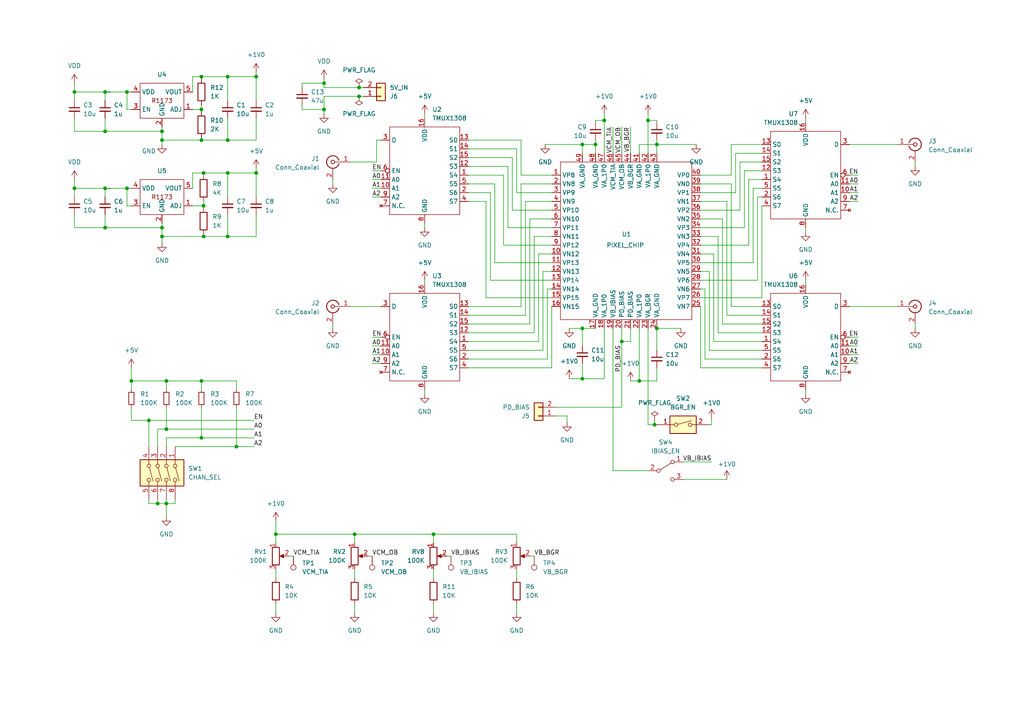
<source format=kicad_sch>
(kicad_sch (version 20230121) (generator eeschema)
  (paper "A4")
  (lib_symbols
    (symbol "Connector:Conn_Coaxial" (pin_names (offset 1.016) hide)
      (property "Reference" "J" (at 0.254 3.048 0))
      (property "Value" "Conn_Coaxial" (at 2.921 0 90))
      (symbol "Conn_Coaxial_0_1"
        (arc (start -1.778 -0.508) (mid 0.2311 -1.8066) (end 1.778 0) (stroke (width 0.254)))
        (polyline (pts (xy -2.54 0) (xy -0.508 0)))
        (polyline (pts (xy 0 -2.54) (xy 0 -1.778)))
        (circle (center 0 0) (radius 0.508) (stroke (width 0.2032)))
        (arc (start 1.778 0) (mid 0.2099 1.8101) (end -1.778 0.508) (stroke (width 0.254)))
      )
      (symbol "Conn_Coaxial_1_1"
        (pin passive line (at -5.08 0 0) (length 2.54) (name "In") (number "1"))
        (pin passive line (at 0 -5.08 90) (length 2.54) (name "Ext") (number "2"))
      )
    )
    (symbol "Connector:TestPoint" (pin_numbers hide) (pin_names (offset 0.762) hide)
      (property "Reference" "TP" (at 0 6.858 0))
      (property "Value" "TestPoint" (at 0 5.08 0))
      (symbol "TestPoint_0_1"
        (circle (center 0 3.302) (radius 0.762))
      )
      (symbol "TestPoint_1_1"
        (pin passive line (at 0 0 90) (length 2.54) (name "1") (number "1"))
      )
    )
    (symbol "Connector_Generic:Conn_01x02" (pin_names (offset 1.016) hide)
      (property "Reference" "J" (at 0 2.54 0))
      (property "Value" "Conn_01x02" (at 0 -5.08 0))
      (symbol "Conn_01x02_1_1"
        (rectangle (start -1.27 -2.413) (end 0 -2.667) (stroke (width 0.1524)))
        (rectangle (start -1.27 0.127) (end 0 -0.127) (stroke (width 0.1524)))
        (rectangle (start -1.27 1.27) (end 1.27 -3.81) (stroke (width 0.254)) (fill (type background)))
        (pin passive line (at -5.08 0 0) (length 3.81) (name "Pin_1") (number "1"))
        (pin passive line (at -5.08 -2.54 0) (length 3.81) (name "Pin_2") (number "2"))
      )
    )
    (symbol "Device:C_Small" (pin_numbers hide) (pin_names (offset 0.254) hide)
      (property "Reference" "C" (at 0.254 1.778 0))
      (property "Value" "C_Small" (at 0.254 -2.032 0))
      (symbol "C_Small_0_1"
        (polyline (pts (xy -1.524 -0.508) (xy 1.524 -0.508)) (stroke (width 0.3302)))
        (polyline (pts (xy -1.524 0.508) (xy 1.524 0.508)) (stroke (width 0.3048)))
      )
      (symbol "C_Small_1_1"
        (pin passive line (at 0 2.54 270) (length 2.032) (name "~") (number "1"))
        (pin passive line (at 0 -2.54 90) (length 2.032) (name "~") (number "2"))
      )
    )
    (symbol "Device:R" (pin_numbers hide) (pin_names (offset 0))
      (property "Reference" "R" (at 2.032 0 90))
      (property "Value" "R" (at 0 0 90))
      (symbol "R_0_1"
        (rectangle (start -1.016 -2.54) (end 1.016 2.54) (stroke (width 0.254)))
      )
      (symbol "R_1_1"
        (pin passive line (at 0 3.81 270) (length 1.27) (name "~") (number "1"))
        (pin passive line (at 0 -3.81 90) (length 1.27) (name "~") (number "2"))
      )
    )
    (symbol "Device:R_Potentiometer" (pin_names (offset 1.016) hide)
      (property "Reference" "RV" (at -4.445 0 90))
      (property "Value" "R_Potentiometer" (at -2.54 0 90))
      (symbol "R_Potentiometer_0_1"
        (polyline (pts (xy 2.54 0) (xy 1.524 0)))
        (polyline (pts (xy 1.143 0) (xy 2.286 0.508) (xy 2.286 -0.508) (xy 1.143 0)) (fill (type outline)))
        (rectangle (start 1.016 2.54) (end -1.016 -2.54) (stroke (width 0.254)))
      )
      (symbol "R_Potentiometer_1_1"
        (pin passive line (at 0 3.81 270) (length 1.27) (name "1") (number "1"))
        (pin passive line (at 3.81 0 180) (length 1.27) (name "2") (number "2"))
        (pin passive line (at 0 -3.81 90) (length 1.27) (name "3") (number "3"))
      )
    )
    (symbol "Device:R_Small" (pin_numbers hide) (pin_names (offset 0.254) hide)
      (property "Reference" "R" (at 0.762 0.508 0))
      (property "Value" "R_Small" (at 0.762 -1.016 0))
      (symbol "R_Small_0_1"
        (rectangle (start -0.762 1.778) (end 0.762 -1.778) (stroke (width 0.2032)))
      )
      (symbol "R_Small_1_1"
        (pin passive line (at 0 2.54 270) (length 0.762) (name "~") (number "1"))
        (pin passive line (at 0 -2.54 90) (length 0.762) (name "~") (number "2"))
      )
    )
    (symbol "R1173_1"
      (property "Reference" "U" (at -5.08 6.35 0))
      (symbol "R1173_1_0_0"
        (pin power_in line (at 0 -7.62 90) (length 2.54) (name "GND") (number "2"))
        (pin input line (at -8.89 -2.54 0) (length 2.54) (name "EN") (number "3"))
        (pin power_in line (at -8.89 2.54 0) (length 2.54) (name "VDD") (number "4"))
        (pin power_out line (at 8.89 2.54 180) (length 2.54) (name "VOUT") (number "5"))
      )
      (symbol "R1173_1_0_1"
        (rectangle (start -6.35 5.08) (end 6.35 -5.08))
      )
      (symbol "R1173_1_1_0"
        (pin input line (at 8.89 -2.54 180) (length 2.54) (name "ADJ") (number "1"))
      )
      (symbol "R1173_1_1_1"
        (text "R1173" (at 0 0 0) (effects (font (size 1.27 1.27))))
      )
    )
    (symbol "Switch:SW_DIP_x01" (pin_names (offset 0) hide)
      (property "Reference" "SW" (at 0 3.81 0))
      (property "Value" "SW_DIP_x01" (at 0 -3.81 0))
      (symbol "SW_DIP_x01_0_0"
        (circle (center -2.032 0) (radius 0.508))
        (polyline (pts (xy -1.524 0.127) (xy 2.3622 1.1684)))
        (circle (center 2.032 0) (radius 0.508))
      )
      (symbol "SW_DIP_x01_0_1"
        (rectangle (start -3.81 2.54) (end 3.81 -2.54) (stroke (width 0.254)) (fill (type background)))
      )
      (symbol "SW_DIP_x01_1_1"
        (pin passive line (at -7.62 0 0) (length 5.08) (name "~") (number "1"))
        (pin passive line (at 7.62 0 180) (length 5.08) (name "~") (number "2"))
      )
    )
    (symbol "Switch:SW_DIP_x04" (pin_names (offset 0) hide)
      (property "Reference" "SW" (at 0 8.89 0))
      (property "Value" "SW_DIP_x04" (at 0 -6.35 0))
      (symbol "SW_DIP_x04_0_0"
        (circle (center -2.032 -2.54) (radius 0.508))
        (circle (center -2.032 0) (radius 0.508))
        (circle (center -2.032 2.54) (radius 0.508))
        (circle (center -2.032 5.08) (radius 0.508))
        (polyline (pts (xy -1.524 -2.3876) (xy 2.3622 -1.3462)))
        (polyline (pts (xy -1.524 0.127) (xy 2.3622 1.1684)))
        (polyline (pts (xy -1.524 2.667) (xy 2.3622 3.7084)))
        (polyline (pts (xy -1.524 5.207) (xy 2.3622 6.2484)))
        (circle (center 2.032 -2.54) (radius 0.508))
        (circle (center 2.032 0) (radius 0.508))
        (circle (center 2.032 2.54) (radius 0.508))
        (circle (center 2.032 5.08) (radius 0.508))
      )
      (symbol "SW_DIP_x04_0_1"
        (rectangle (start -3.81 7.62) (end 3.81 -5.08) (stroke (width 0.254)) (fill (type background)))
      )
      (symbol "SW_DIP_x04_1_1"
        (pin passive line (at -7.62 5.08 0) (length 5.08) (name "~") (number "1"))
        (pin passive line (at -7.62 2.54 0) (length 5.08) (name "~") (number "2"))
        (pin passive line (at -7.62 0 0) (length 5.08) (name "~") (number "3"))
        (pin passive line (at -7.62 -2.54 0) (length 5.08) (name "~") (number "4"))
        (pin passive line (at 7.62 -2.54 180) (length 5.08) (name "~") (number "5"))
        (pin passive line (at 7.62 0 180) (length 5.08) (name "~") (number "6"))
        (pin passive line (at 7.62 2.54 180) (length 5.08) (name "~") (number "7"))
        (pin passive line (at 7.62 5.08 180) (length 5.08) (name "~") (number "8"))
      )
    )
    (symbol "Switch:SW_SPDT" (pin_names (offset 0) hide)
      (property "Reference" "SW" (at 0 4.318 0))
      (property "Value" "SW_SPDT" (at 0 -5.08 0))
      (symbol "SW_SPDT_0_0"
        (circle (center -2.032 0) (radius 0.508))
        (circle (center 2.032 -2.54) (radius 0.508))
      )
      (symbol "SW_SPDT_0_1"
        (polyline (pts (xy -1.524 0.254) (xy 1.651 2.286)))
        (circle (center 2.032 2.54) (radius 0.508))
      )
      (symbol "SW_SPDT_1_1"
        (pin passive line (at 5.08 2.54 180) (length 2.54) (name "A") (number "1"))
        (pin passive line (at -5.08 0 0) (length 2.54) (name "B") (number "2"))
        (pin passive line (at 5.08 -2.54 180) (length 2.54) (name "C") (number "3"))
      )
    )
    (symbol "custom_die:PIXEL_CHIP"
      (property "Reference" "U" (at 0 1.27 0))
      (property "Value" "PIXEL_CHIP" (at 0 -1.27 0))
      (symbol "PIXEL_CHIP_0_1"
        (rectangle (start -19.05 22.86) (end 19.05 -22.86))
        (rectangle (start 1.27 -19.685) (end 1.27 -19.685))
      )
      (symbol "PIXEL_CHIP_1_0"
        (pin output line (at -21.59 -3.81 0) (length 2.54) (name "VN12") (number "10"))
        (pin output line (at -21.59 -6.35 0) (length 2.54) (name "VP13") (number "11"))
        (pin output line (at -21.59 -8.89 0) (length 2.54) (name "VN13") (number "12"))
        (pin output line (at -21.59 -11.43 0) (length 2.54) (name "VP14") (number "13"))
        (pin output line (at -21.59 -13.97 0) (length 2.54) (name "VN14") (number "14"))
        (pin output line (at -21.59 -16.51 0) (length 2.54) (name "VP15") (number "15"))
        (pin output line (at -21.59 -19.05 0) (length 2.54) (name "VN15") (number "16"))
        (pin power_in line (at -8.89 -25.4 90) (length 2.54) (name "VA_GND") (number "17"))
        (pin power_in line (at -6.35 -25.4 90) (length 2.54) (name "VA_1P0") (number "18"))
        (pin input line (at -3.81 -25.4 90) (length 2.54) (name "VB_IBIAS") (number "19"))
        (pin input line (at -1.27 -25.4 90) (length 2.54) (name "PD_BIAS") (number "20"))
        (pin input line (at 1.27 -25.4 90) (length 2.54) (name "PD_BIAS") (number "21"))
        (pin power_in line (at 3.81 -25.4 90) (length 2.54) (name "VA_1P0") (number "22"))
        (pin power_in line (at 6.35 -25.4 90) (length 2.54) (name "VA_BGR") (number "23"))
        (pin power_in line (at 8.89 -25.4 90) (length 2.54) (name "VA_GND") (number "24"))
        (pin output line (at 21.59 -19.05 180) (length 2.54) (name "VN7") (number "25"))
        (pin output line (at 21.59 -16.51 180) (length 2.54) (name "VP7") (number "26"))
        (pin output line (at 21.59 -13.97 180) (length 2.54) (name "VN6") (number "27"))
        (pin output line (at 21.59 -11.43 180) (length 2.54) (name "VP6") (number "28"))
        (pin output line (at 21.59 -8.89 180) (length 2.54) (name "VN5") (number "29"))
        (pin output line (at 21.59 -6.35 180) (length 2.54) (name "VP5") (number "30"))
        (pin output line (at 21.59 -3.81 180) (length 2.54) (name "VN4") (number "31"))
        (pin output line (at 21.59 -1.27 180) (length 2.54) (name "VP4") (number "32"))
        (pin output line (at 21.59 1.27 180) (length 2.54) (name "VN3") (number "33"))
        (pin output line (at 21.59 3.81 180) (length 2.54) (name "VP3") (number "34"))
        (pin output line (at 21.59 6.35 180) (length 2.54) (name "VN2") (number "35"))
        (pin output line (at 21.59 8.89 180) (length 2.54) (name "VP2") (number "36"))
        (pin output line (at 21.59 11.43 180) (length 2.54) (name "VN1") (number "37"))
        (pin output line (at 21.59 13.97 180) (length 2.54) (name "VP1") (number "38"))
        (pin output line (at 21.59 16.51 180) (length 2.54) (name "VN0") (number "39"))
        (pin output line (at 21.59 19.05 180) (length 2.54) (name "VP0") (number "40"))
        (pin power_in line (at 3.81 25.4 270) (length 2.54) (name "VA_GND") (number "41"))
        (pin power_in line (at 6.35 25.4 270) (length 2.54) (name "VA_1P0") (number "42"))
        (pin power_in line (at 8.89 25.4 270) (length 2.54) (name "VA_GND") (number "43"))
        (pin input line (at 1.27 25.4 270) (length 2.54) (name "VB_BGR") (number "44"))
        (pin input line (at -1.27 25.4 270) (length 2.54) (name "VCM_OB") (number "45"))
        (pin input line (at -3.81 25.4 270) (length 2.54) (name "VCM_TIA") (number "46"))
        (pin power_in line (at -6.35 25.4 270) (length 2.54) (name "VA_1P0") (number "47"))
        (pin power_in line (at -8.89 25.4 270) (length 2.54) (name "VA_GND") (number "48"))
        (pin power_in line (at -12.7 25.4 270) (length 2.54) (name "VA_GND") (number "49"))
        (pin output line (at -21.59 3.81 0) (length 2.54) (name "VP11") (number "7"))
        (pin output line (at -21.59 1.27 0) (length 2.54) (name "VN11") (number "8"))
        (pin output line (at -21.59 -1.27 0) (length 2.54) (name "VP12") (number "9"))
      )
      (symbol "PIXEL_CHIP_1_1"
        (pin output line (at -21.59 19.05 0) (length 2.54) (name "VP8") (number "1"))
        (pin output line (at -21.59 16.51 0) (length 2.54) (name "VN8") (number "2"))
        (pin output line (at -21.59 13.97 0) (length 2.54) (name "VP9") (number "3"))
        (pin output line (at -21.59 11.43 0) (length 2.54) (name "VN9") (number "4"))
        (pin output line (at -21.59 8.89 0) (length 2.54) (name "VP10") (number "5"))
        (pin output line (at -21.59 6.35 0) (length 2.54) (name "VN10") (number "6"))
      )
    )
    (symbol "custom_die:R1173"
      (property "Reference" "U" (at -5.08 6.35 0))
      (symbol "R1173_0_0"
        (pin power_in line (at 0 -7.62 90) (length 2.54) (name "GND") (number "2"))
        (pin input line (at -8.89 -2.54 0) (length 2.54) (name "EN") (number "3"))
        (pin power_in line (at -8.89 2.54 0) (length 2.54) (name "VDD") (number "4"))
        (pin power_out line (at 8.89 2.54 180) (length 2.54) (name "VOUT") (number "5"))
      )
      (symbol "R1173_0_1"
        (rectangle (start -6.35 5.08) (end 6.35 -5.08))
      )
      (symbol "R1173_1_0"
        (pin input line (at 8.89 -2.54 180) (length 2.54) (name "ADJ") (number "1"))
      )
      (symbol "R1173_1_1"
        (text "R1173" (at 0 0 0) (effects (font (size 1.27 1.27))))
      )
    )
    (symbol "custom_die:TMUX1308"
      (property "Reference" "U" (at 0 1.27 0))
      (property "Value" "TMUX1308" (at 0 -1.27 0))
      (symbol "TMUX1308_0_0"
        (pin bidirectional line (at 12.7 -1.27 180) (length 2.54) (name "S4") (number "1"))
        (pin bidirectional line (at -12.7 -2.54 0) (length 2.54) (name "A0") (number "11"))
        (pin bidirectional line (at 12.7 1.27 180) (length 2.54) (name "S3") (number "12"))
        (pin bidirectional line (at 12.7 8.89 180) (length 2.54) (name "S0") (number "13"))
        (pin bidirectional line (at 12.7 6.35 180) (length 2.54) (name "S1") (number "14"))
        (pin bidirectional line (at 12.7 3.81 180) (length 2.54) (name "S2") (number "15"))
        (pin power_in line (at 0 15.24 270) (length 2.54) (name "VDD") (number "16"))
        (pin bidirectional line (at 12.7 -6.35 180) (length 2.54) (name "S6") (number "2"))
        (pin bidirectional line (at -12.7 8.89 0) (length 2.54) (name "D") (number "3"))
        (pin bidirectional line (at 12.7 -8.89 180) (length 2.54) (name "S7") (number "4"))
        (pin bidirectional line (at 12.7 -3.81 180) (length 2.54) (name "S5") (number "5"))
        (pin input inverted (at -12.7 0 0) (length 2.54) (name "EN") (number "6"))
        (pin no_connect line (at -12.7 -10.16 0) (length 2.54) (name "N.C.") (number "7"))
        (pin power_in line (at 0 -15.24 90) (length 2.54) (name "GND") (number "8"))
        (pin input line (at -12.7 -7.62 0) (length 2.54) (name "A2") (number "9"))
      )
      (symbol "TMUX1308_0_1"
        (rectangle (start -10.16 12.7) (end 10.16 -12.7))
      )
      (symbol "TMUX1308_1_0"
        (pin input line (at -12.7 -5.08 0) (length 2.54) (name "A1") (number "10"))
      )
    )
    (symbol "power:+1V0" (power) (pin_names (offset 0))
      (property "Value" "+1V0" (at 0 3.556 0))
      (symbol "+1V0_0_1"
        (polyline (pts (xy -0.762 1.27) (xy 0 2.54)))
        (polyline (pts (xy 0 0) (xy 0 2.54)))
        (polyline (pts (xy 0 2.54) (xy 0.762 1.27)))
      )
      (symbol "+1V0_1_1"
        (pin power_in line (at 0 0 90) (length 0) hide (name "+1V0") (number "1"))
      )
    )
    (symbol "power:+5V" (power) (pin_names (offset 0))
      (property "Value" "+5V" (at 0 3.556 0))
      (symbol "+5V_0_1"
        (polyline (pts (xy -0.762 1.27) (xy 0 2.54)))
        (polyline (pts (xy 0 0) (xy 0 2.54)))
        (polyline (pts (xy 0 2.54) (xy 0.762 1.27)))
      )
      (symbol "+5V_1_1"
        (pin power_in line (at 0 0 90) (length 0) hide (name "+5V") (number "1"))
      )
    )
    (symbol "power:GND" (power) (pin_names (offset 0))
      (property "Value" "GND" (at 0 -3.81 0))
      (symbol "GND_0_1"
        (polyline (pts (xy 0 0) (xy 0 -1.27) (xy 1.27 -1.27) (xy 0 -2.54) (xy -1.27 -1.27) (xy 0 -1.27)))
      )
      (symbol "GND_1_1"
        (pin power_in line (at 0 0 270) (length 0) hide (name "GND") (number "1"))
      )
    )
    (symbol "power:PWR_FLAG" (power) (pin_numbers hide) (pin_names (offset 0) hide)
      (property "Value" "PWR_FLAG" (at 0 3.81 0))
      (symbol "PWR_FLAG_0_0"
        (pin power_out line (at 0 0 90) (length 0) (name "pwr") (number "1"))
      )
      (symbol "PWR_FLAG_0_1"
        (polyline (pts (xy 0 0) (xy 0 1.27) (xy -1.016 1.905) (xy 0 2.54) (xy 1.016 1.905) (xy 0 1.27)))
      )
    )
    (symbol "power:VDD" (power) (pin_names (offset 0))
      (property "Value" "VDD" (at 0 3.81 0))
      (symbol "VDD_0_1"
        (polyline (pts (xy -0.762 1.27) (xy 0 2.54)))
        (polyline (pts (xy 0 0) (xy 0 2.54)))
        (polyline (pts (xy 0 2.54) (xy 0.762 1.27)))
      )
      (symbol "VDD_1_1"
        (pin power_in line (at 0 0 90) (length 0) hide (name "VDD") (number "1"))
      )
    )
  )
  (junction (at 46.99 38.1))
  (junction (at 36.83 26.67))
  (junction (at 168.91 41.91))
  (junction (at 48.26 110.49))
  (junction (at 58.42 110.49))
  (junction (at 46.99 40.64))
  (junction (at 66.04 22.225))
  (junction (at 48.26 146.05))
  (junction (at 80.01 154.94))
  (junction (at 168.91 109.855))
  (junction (at 59.055 59.69))
  (junction (at 190.5 95.25))
  (junction (at 68.58 129.54))
  (junction (at 30.48 26.67))
  (junction (at 104.14 25.4))
  (junction (at 45.72 146.05))
  (junction (at 104.14 27.94))
  (junction (at 93.98 24.13))
  (junction (at 93.98 31.75))
  (junction (at 125.73 154.94))
  (junction (at 59.055 50.165))
  (junction (at 36.83 54.61))
  (junction (at 43.18 121.92))
  (junction (at 66.04 50.165))
  (junction (at 189.865 123.19))
  (junction (at 58.42 40.64))
  (junction (at 38.1 110.49))
  (junction (at 30.48 54.61))
  (junction (at 30.48 66.04))
  (junction (at 46.99 68.58))
  (junction (at 46.99 66.04))
  (junction (at 58.42 127))
  (junction (at 185.42 110.49))
  (junction (at 48.26 124.46))
  (junction (at 59.055 68.58))
  (junction (at 74.295 22.225))
  (junction (at 58.42 22.225))
  (junction (at 175.26 34.925))
  (junction (at 21.59 26.67))
  (junction (at 30.48 38.1))
  (junction (at 66.04 40.64))
  (junction (at 187.96 34.925))
  (junction (at 190.5 41.91))
  (junction (at 21.59 54.61))
  (junction (at 168.91 95.25))
  (junction (at 102.87 154.94))
  (junction (at 66.04 68.58))
  (junction (at 74.295 50.165))
  (junction (at 58.42 31.75))
  (junction (at 172.72 41.91))
  (junction (at 180.34 99.06))
  (wire (pts (xy 43.18 144.78) (xy 43.18 146.05)))
  (wire (pts (xy 208.28 96.52) (xy 208.28 68.58)))
  (wire (pts (xy 36.83 31.75) (xy 36.83 26.67)))
  (wire (pts (xy 125.73 154.94) (xy 149.86 154.94)))
  (wire (pts (xy 66.04 68.58) (xy 74.295 68.58)))
  (wire (pts (xy 102.87 154.94) (xy 125.73 154.94)))
  (wire (pts (xy 36.83 26.67) (xy 38.1 26.67)))
  (wire (pts (xy 182.88 95.25) (xy 182.88 99.06)))
  (wire (pts (xy 160.02 55.88) (xy 149.86 55.88)))
  (wire (pts (xy 151.13 88.9) (xy 135.89 88.9)))
  (wire (pts (xy 219.71 57.15) (xy 220.98 57.15)))
  (wire (pts (xy 30.48 38.1) (xy 46.99 38.1)))
  (wire (pts (xy 135.89 55.88) (xy 142.24 55.88)))
  (wire (pts (xy 220.98 59.69) (xy 220.98 86.36)))
  (wire (pts (xy 265.43 93.98) (xy 265.43 95.25)))
  (wire (pts (xy 38.1 106.68) (xy 38.1 110.49)))
  (wire (pts (xy 30.48 66.04) (xy 21.59 66.04)))
  (wire (pts (xy 205.74 101.6) (xy 205.74 78.74)))
  (wire (pts (xy 212.09 50.8) (xy 212.09 41.91)))
  (wire (pts (xy 135.89 99.06) (xy 156.21 99.06)))
  (wire (pts (xy 160.02 58.42) (xy 152.4 58.42)))
  (wire (pts (xy 160.02 83.82) (xy 158.75 83.82)))
  (wire (pts (xy 160.02 86.36) (xy 140.97 86.36)))
  (wire (pts (xy 30.48 26.67) (xy 30.48 29.21)))
  (wire (pts (xy 158.75 83.82) (xy 158.75 104.14)))
  (wire (pts (xy 218.44 76.2) (xy 218.44 54.61)))
  (wire (pts (xy 46.99 68.58) (xy 59.055 68.58)))
  (wire (pts (xy 175.26 33.02) (xy 175.26 34.925)))
  (wire (pts (xy 30.48 54.61) (xy 30.48 57.15)))
  (wire (pts (xy 160.02 76.2) (xy 143.51 76.2)))
  (wire (pts (xy 87.63 31.75) (xy 93.98 31.75)))
  (wire (pts (xy 151.13 53.34) (xy 151.13 88.9)))
  (wire (pts (xy 48.26 146.05) (xy 50.8 146.05)))
  (wire (pts (xy 74.295 62.23) (xy 74.295 68.58)))
  (wire (pts (xy 175.26 109.855) (xy 168.91 109.855)))
  (wire (pts (xy 38.1 31.75) (xy 36.83 31.75)))
  (wire (pts (xy 46.99 40.64) (xy 46.99 41.91)))
  (wire (pts (xy 59.055 50.165) (xy 59.055 50.8)))
  (wire (pts (xy 168.91 109.855) (xy 165.1 109.855)))
  (wire (pts (xy 151.13 50.8) (xy 151.13 40.64)))
  (wire (pts (xy 96.52 93.98) (xy 96.52 95.25)))
  (wire (pts (xy 21.59 62.23) (xy 21.59 66.04)))
  (wire (pts (xy 46.99 36.83) (xy 46.99 38.1)))
  (wire (pts (xy 265.43 46.99) (xy 265.43 48.26)))
  (wire (pts (xy 153.67 161.29) (xy 154.94 161.29)))
  (wire (pts (xy 233.68 81.28) (xy 233.68 82.55)))
  (wire (pts (xy 149.86 165.1) (xy 149.86 167.64)))
  (wire (pts (xy 203.2 88.9) (xy 203.2 106.68)))
  (wire (pts (xy 107.95 52.07) (xy 110.49 52.07)))
  (wire (pts (xy 48.26 124.46) (xy 48.26 118.11)))
  (wire (pts (xy 68.58 113.03) (xy 68.58 110.49)))
  (wire (pts (xy 46.99 38.1) (xy 46.99 40.64)))
  (wire (pts (xy 38.1 113.03) (xy 38.1 110.49)))
  (wire (pts (xy 246.38 41.91) (xy 260.35 41.91)))
  (wire (pts (xy 125.73 175.26) (xy 125.73 177.8)))
  (wire (pts (xy 58.42 127) (xy 73.66 127)))
  (wire (pts (xy 172.72 34.925) (xy 172.72 35.56)))
  (wire (pts (xy 48.26 146.05) (xy 48.26 149.86)))
  (wire (pts (xy 164.465 120.65) (xy 164.465 122.555)))
  (wire (pts (xy 212.09 41.91) (xy 220.98 41.91)))
  (wire (pts (xy 140.97 86.36) (xy 140.97 58.42)))
  (wire (pts (xy 160.02 63.5) (xy 153.67 63.5)))
  (wire (pts (xy 48.26 144.78) (xy 48.26 146.05)))
  (wire (pts (xy 58.42 22.225) (xy 66.04 22.225)))
  (wire (pts (xy 93.98 24.13) (xy 93.98 25.4)))
  (wire (pts (xy 185.42 41.91) (xy 185.42 44.45)))
  (wire (pts (xy 80.01 175.26) (xy 80.01 177.8)))
  (wire (pts (xy 172.72 44.45) (xy 172.72 41.91)))
  (wire (pts (xy 104.14 25.4) (xy 105.41 25.4)))
  (wire (pts (xy 123.19 81.28) (xy 123.19 82.55)))
  (wire (pts (xy 246.38 97.79) (xy 248.92 97.79)))
  (wire (pts (xy 48.26 127) (xy 48.26 129.54)))
  (wire (pts (xy 83.82 161.29) (xy 85.09 161.29)))
  (wire (pts (xy 214.63 46.99) (xy 220.98 46.99)))
  (wire (pts (xy 203.2 106.68) (xy 220.98 106.68)))
  (wire (pts (xy 87.63 25.4) (xy 87.63 24.13)))
  (wire (pts (xy 177.8 36.83) (xy 177.8 44.45)))
  (wire (pts (xy 30.48 54.61) (xy 36.83 54.61)))
  (wire (pts (xy 104.14 27.94) (xy 105.41 27.94)))
  (wire (pts (xy 55.88 31.75) (xy 58.42 31.75)))
  (wire (pts (xy 68.58 118.11) (xy 68.58 129.54)))
  (wire (pts (xy 106.68 161.29) (xy 107.95 161.29)))
  (wire (pts (xy 190.5 95.25) (xy 197.485 95.25)))
  (wire (pts (xy 21.59 57.15) (xy 21.59 54.61)))
  (wire (pts (xy 213.36 44.45) (xy 220.98 44.45)))
  (wire (pts (xy 246.38 102.87) (xy 248.92 102.87)))
  (wire (pts (xy 182.88 36.83) (xy 182.88 44.45)))
  (wire (pts (xy 160.02 71.12) (xy 146.05 71.12)))
  (wire (pts (xy 203.2 81.28) (xy 219.71 81.28)))
  (wire (pts (xy 246.38 53.34) (xy 248.92 53.34)))
  (wire (pts (xy 177.8 95.25) (xy 177.8 136.525)))
  (wire (pts (xy 107.95 102.87) (xy 110.49 102.87)))
  (wire (pts (xy 74.295 34.29) (xy 74.295 40.64)))
  (wire (pts (xy 21.59 29.21) (xy 21.59 26.67)))
  (wire (pts (xy 30.48 62.23) (xy 30.48 66.04)))
  (wire (pts (xy 203.2 76.2) (xy 218.44 76.2)))
  (wire (pts (xy 209.55 93.98) (xy 209.55 63.5)))
  (wire (pts (xy 160.02 53.34) (xy 151.13 53.34)))
  (wire (pts (xy 157.48 78.74) (xy 157.48 101.6)))
  (wire (pts (xy 74.295 22.225) (xy 74.295 29.21)))
  (wire (pts (xy 74.295 50.165) (xy 74.295 57.15)))
  (wire (pts (xy 156.21 73.66) (xy 156.21 99.06)))
  (wire (pts (xy 180.34 99.06) (xy 182.88 99.06)))
  (wire (pts (xy 149.86 55.88) (xy 149.86 43.18)))
  (wire (pts (xy 123.19 113.03) (xy 123.19 114.3)))
  (wire (pts (xy 158.115 41.91) (xy 168.91 41.91)))
  (wire (pts (xy 203.2 60.96) (xy 214.63 60.96)))
  (wire (pts (xy 46.99 64.77) (xy 46.99 66.04)))
  (wire (pts (xy 168.91 41.91) (xy 172.72 41.91)))
  (wire (pts (xy 246.38 88.9) (xy 260.35 88.9)))
  (wire (pts (xy 66.04 22.225) (xy 74.295 22.225)))
  (wire (pts (xy 180.34 95.25) (xy 180.34 99.06)))
  (wire (pts (xy 55.88 59.69) (xy 59.055 59.69)))
  (wire (pts (xy 68.58 110.49) (xy 58.42 110.49)))
  (wire (pts (xy 68.58 129.54) (xy 73.66 129.54)))
  (wire (pts (xy 172.72 40.64) (xy 172.72 41.91)))
  (wire (pts (xy 38.1 118.11) (xy 38.1 121.92)))
  (wire (pts (xy 152.4 58.42) (xy 152.4 91.44)))
  (wire (pts (xy 43.18 121.92) (xy 43.18 129.54)))
  (wire (pts (xy 74.295 40.64) (xy 66.04 40.64)))
  (wire (pts (xy 190.5 41.91) (xy 201.93 41.91)))
  (wire (pts (xy 107.95 49.53) (xy 110.49 49.53)))
  (wire (pts (xy 203.2 55.88) (xy 213.36 55.88)))
  (wire (pts (xy 190.5 35.56) (xy 190.5 34.925)))
  (wire (pts (xy 187.96 123.19) (xy 189.865 123.19)))
  (wire (pts (xy 168.91 95.25) (xy 168.91 100.33)))
  (wire (pts (xy 203.2 68.58) (xy 208.28 68.58)))
  (wire (pts (xy 109.22 46.99) (xy 101.6 46.99)))
  (wire (pts (xy 147.32 66.04) (xy 147.32 48.26)))
  (wire (pts (xy 58.42 127) (xy 48.26 127)))
  (wire (pts (xy 142.24 81.28) (xy 142.24 55.88)))
  (wire (pts (xy 220.98 93.98) (xy 209.55 93.98)))
  (wire (pts (xy 161.29 120.65) (xy 164.465 120.65)))
  (wire (pts (xy 58.42 40.64) (xy 58.42 40.005)))
  (wire (pts (xy 43.18 121.92) (xy 73.66 121.92)))
  (wire (pts (xy 246.38 105.41) (xy 248.92 105.41)))
  (wire (pts (xy 160.02 60.96) (xy 148.59 60.96)))
  (wire (pts (xy 187.96 44.45) (xy 187.96 34.925)))
  (wire (pts (xy 160.02 81.28) (xy 142.24 81.28)))
  (wire (pts (xy 212.09 53.34) (xy 203.2 53.34)))
  (wire (pts (xy 158.75 104.14) (xy 135.89 104.14)))
  (wire (pts (xy 58.42 110.49) (xy 58.42 113.03)))
  (wire (pts (xy 66.04 50.165) (xy 74.295 50.165)))
  (wire (pts (xy 168.91 105.41) (xy 168.91 109.855)))
  (wire (pts (xy 168.91 95.25) (xy 165.1 95.25)))
  (wire (pts (xy 151.13 50.8) (xy 160.02 50.8)))
  (wire (pts (xy 187.96 95.25) (xy 187.96 123.19)))
  (wire (pts (xy 58.42 22.225) (xy 58.42 22.86)))
  (wire (pts (xy 55.88 50.165) (xy 55.88 54.61)))
  (wire (pts (xy 246.38 50.8) (xy 248.92 50.8)))
  (wire (pts (xy 153.67 93.98) (xy 135.89 93.98)))
  (wire (pts (xy 154.94 96.52) (xy 135.89 96.52)))
  (wire (pts (xy 220.98 86.36) (xy 203.2 86.36)))
  (wire (pts (xy 123.19 64.77) (xy 123.19 66.04)))
  (wire (pts (xy 36.83 59.69) (xy 36.83 54.61)))
  (wire (pts (xy 175.26 95.25) (xy 175.26 109.855)))
  (wire (pts (xy 207.01 99.06) (xy 207.01 73.66)))
  (wire (pts (xy 59.055 68.58) (xy 66.04 68.58)))
  (wire (pts (xy 198.12 133.985) (xy 206.375 133.985)))
  (wire (pts (xy 59.055 50.165) (xy 66.04 50.165)))
  (wire (pts (xy 66.04 50.165) (xy 66.04 57.15)))
  (wire (pts (xy 143.51 53.34) (xy 135.89 53.34)))
  (wire (pts (xy 46.99 68.58) (xy 46.99 70.485)))
  (wire (pts (xy 66.04 62.23) (xy 66.04 68.58)))
  (wire (pts (xy 187.96 34.925) (xy 190.5 34.925)))
  (wire (pts (xy 180.34 36.83) (xy 180.34 44.45)))
  (wire (pts (xy 185.42 110.49) (xy 190.5 110.49)))
  (wire (pts (xy 189.865 121.92) (xy 189.865 123.19)))
  (wire (pts (xy 58.42 31.75) (xy 58.42 32.385)))
  (wire (pts (xy 102.87 175.26) (xy 102.87 177.8)))
  (wire (pts (xy 214.63 60.96) (xy 214.63 46.99)))
  (wire (pts (xy 55.88 22.225) (xy 58.42 22.225)))
  (wire (pts (xy 153.67 63.5) (xy 153.67 93.98)))
  (wire (pts (xy 217.17 71.12) (xy 217.17 52.07)))
  (wire (pts (xy 93.98 25.4) (xy 104.14 25.4)))
  (wire (pts (xy 45.72 144.78) (xy 45.72 146.05)))
  (wire (pts (xy 210.82 91.44) (xy 210.82 58.42)))
  (wire (pts (xy 233.68 66.04) (xy 233.68 67.31)))
  (wire (pts (xy 125.73 165.1) (xy 125.73 167.64)))
  (wire (pts (xy 38.1 121.92) (xy 43.18 121.92)))
  (wire (pts (xy 80.01 165.1) (xy 80.01 167.64)))
  (wire (pts (xy 205.74 78.74) (xy 203.2 78.74)))
  (wire (pts (xy 246.38 55.88) (xy 248.92 55.88)))
  (wire (pts (xy 203.2 66.04) (xy 215.9 66.04)))
  (wire (pts (xy 213.36 55.88) (xy 213.36 44.45)))
  (wire (pts (xy 203.2 71.12) (xy 217.17 71.12)))
  (wire (pts (xy 30.48 34.29) (xy 30.48 38.1)))
  (wire (pts (xy 152.4 91.44) (xy 135.89 91.44)))
  (wire (pts (xy 148.59 60.96) (xy 148.59 45.72)))
  (wire (pts (xy 220.98 91.44) (xy 210.82 91.44)))
  (wire (pts (xy 204.47 104.14) (xy 204.47 83.82)))
  (wire (pts (xy 160.02 88.9) (xy 160.02 106.68)))
  (wire (pts (xy 74.295 50.165) (xy 74.295 48.895)))
  (wire (pts (xy 190.5 106.68) (xy 190.5 110.49)))
  (wire (pts (xy 160.02 106.68) (xy 135.89 106.68)))
  (wire (pts (xy 21.59 34.29) (xy 21.59 38.1)))
  (wire (pts (xy 190.5 41.91) (xy 185.42 41.91)))
  (wire (pts (xy 66.04 22.225) (xy 66.04 29.21)))
  (wire (pts (xy 215.9 49.53) (xy 220.98 49.53)))
  (wire (pts (xy 205.74 123.19) (xy 206.375 123.19)))
  (wire (pts (xy 217.17 52.07) (xy 220.98 52.07)))
  (wire (pts (xy 207.01 73.66) (xy 203.2 73.66)))
  (wire (pts (xy 190.5 95.25) (xy 190.5 101.6)))
  (wire (pts (xy 38.1 110.49) (xy 48.26 110.49)))
  (wire (pts (xy 189.865 123.19) (xy 190.5 123.19)))
  (wire (pts (xy 220.98 101.6) (xy 205.74 101.6)))
  (wire (pts (xy 148.59 45.72) (xy 135.89 45.72)))
  (wire (pts (xy 87.63 30.48) (xy 87.63 31.75)))
  (wire (pts (xy 140.97 58.42) (xy 135.89 58.42)))
  (wire (pts (xy 50.8 146.05) (xy 50.8 144.78)))
  (wire (pts (xy 93.98 33.02) (xy 93.98 31.75)))
  (wire (pts (xy 190.5 44.45) (xy 190.5 41.91)))
  (wire (pts (xy 109.22 40.64) (xy 109.22 46.99)))
  (wire (pts (xy 107.95 57.15) (xy 110.49 57.15)))
  (wire (pts (xy 36.83 54.61) (xy 38.1 54.61)))
  (wire (pts (xy 180.34 99.06) (xy 180.34 118.11)))
  (wire (pts (xy 212.09 88.9) (xy 212.09 53.34)))
  (wire (pts (xy 218.44 54.61) (xy 220.98 54.61)))
  (wire (pts (xy 109.22 40.64) (xy 110.49 40.64)))
  (wire (pts (xy 204.47 83.82) (xy 203.2 83.82)))
  (wire (pts (xy 107.95 54.61) (xy 110.49 54.61)))
  (wire (pts (xy 160.02 66.04) (xy 147.32 66.04)))
  (wire (pts (xy 172.72 95.25) (xy 168.91 95.25)))
  (wire (pts (xy 68.58 129.54) (xy 50.8 129.54)))
  (wire (pts (xy 160.02 68.58) (xy 154.94 68.58)))
  (wire (pts (xy 203.2 50.8) (xy 212.09 50.8)))
  (wire (pts (xy 55.88 22.225) (xy 55.88 26.67)))
  (wire (pts (xy 93.98 22.86) (xy 93.98 24.13)))
  (wire (pts (xy 45.72 129.54) (xy 45.72 124.46)))
  (wire (pts (xy 48.26 124.46) (xy 73.66 124.46)))
  (wire (pts (xy 220.98 99.06) (xy 207.01 99.06)))
  (wire (pts (xy 157.48 101.6) (xy 135.89 101.6)))
  (wire (pts (xy 146.05 50.8) (xy 135.89 50.8)))
  (wire (pts (xy 149.86 43.18) (xy 135.89 43.18)))
  (wire (pts (xy 59.055 58.42) (xy 59.055 59.69)))
  (wire (pts (xy 59.055 67.945) (xy 59.055 68.58)))
  (wire (pts (xy 58.42 118.11) (xy 58.42 127)))
  (wire (pts (xy 21.59 52.07) (xy 21.59 54.61)))
  (wire (pts (xy 160.02 73.66) (xy 156.21 73.66)))
  (wire (pts (xy 66.04 34.29) (xy 66.04 40.64)))
  (wire (pts (xy 30.48 26.67) (xy 36.83 26.67)))
  (wire (pts (xy 30.48 38.1) (xy 21.59 38.1)))
  (wire (pts (xy 206.375 121.285) (xy 206.375 123.19)))
  (wire (pts (xy 233.68 113.03) (xy 233.68 114.3)))
  (wire (pts (xy 190.5 40.64) (xy 190.5 41.91)))
  (wire (pts (xy 246.38 100.33) (xy 248.92 100.33)))
  (wire (pts (xy 135.89 40.64) (xy 151.13 40.64)))
  (wire (pts (xy 149.86 175.26) (xy 149.86 177.8)))
  (wire (pts (xy 55.88 50.165) (xy 59.055 50.165)))
  (wire (pts (xy 93.98 27.94) (xy 104.14 27.94)))
  (wire (pts (xy 160.02 78.74) (xy 157.48 78.74)))
  (wire (pts (xy 246.38 58.42) (xy 248.92 58.42)))
  (wire (pts (xy 43.18 146.05) (xy 45.72 146.05)))
  (wire (pts (xy 21.59 54.61) (xy 30.48 54.61)))
  (wire (pts (xy 129.54 161.29) (xy 130.81 161.29)))
  (wire (pts (xy 30.48 66.04) (xy 46.99 66.04)))
  (wire (pts (xy 45.72 124.46) (xy 48.26 124.46)))
  (wire (pts (xy 74.295 20.955) (xy 74.295 22.225)))
  (wire (pts (xy 147.32 48.26) (xy 135.89 48.26)))
  (wire (pts (xy 149.86 154.94) (xy 149.86 157.48)))
  (wire (pts (xy 87.63 24.13) (xy 93.98 24.13)))
  (wire (pts (xy 59.055 59.69) (xy 59.055 60.325)))
  (wire (pts (xy 107.95 105.41) (xy 110.49 105.41)))
  (wire (pts (xy 21.59 24.13) (xy 21.59 26.67)))
  (wire (pts (xy 220.98 96.52) (xy 208.28 96.52)))
  (wire (pts (xy 187.96 34.925) (xy 187.96 33.02)))
  (wire (pts (xy 185.42 95.25) (xy 185.42 110.49)))
  (wire (pts (xy 21.59 26.67) (xy 30.48 26.67)))
  (wire (pts (xy 93.98 31.75) (xy 93.98 27.94)))
  (wire (pts (xy 233.68 34.29) (xy 233.68 35.56)))
  (wire (pts (xy 58.42 40.64) (xy 66.04 40.64)))
  (wire (pts (xy 102.87 154.94) (xy 102.87 157.48)))
  (wire (pts (xy 48.26 110.49) (xy 58.42 110.49)))
  (wire (pts (xy 107.95 97.79) (xy 110.49 97.79)))
  (wire (pts (xy 80.01 154.94) (xy 80.01 157.48)))
  (wire (pts (xy 80.01 151.13) (xy 80.01 154.94)))
  (wire (pts (xy 38.1 59.69) (xy 36.83 59.69)))
  (wire (pts (xy 209.55 63.5) (xy 203.2 63.5)))
  (wire (pts (xy 46.99 66.04) (xy 46.99 68.58)))
  (wire (pts (xy 220.98 88.9) (xy 212.09 88.9)))
  (wire (pts (xy 46.99 40.64) (xy 58.42 40.64)))
  (wire (pts (xy 101.6 88.9) (xy 110.49 88.9)))
  (wire (pts (xy 48.26 110.49) (xy 48.26 113.03)))
  (wire (pts (xy 175.26 34.925) (xy 175.26 44.45)))
  (wire (pts (xy 220.98 104.14) (xy 204.47 104.14)))
  (wire (pts (xy 102.87 165.1) (xy 102.87 167.64)))
  (wire (pts (xy 182.88 110.49) (xy 185.42 110.49)))
  (wire (pts (xy 58.42 30.48) (xy 58.42 31.75)))
  (wire (pts (xy 80.01 154.94) (xy 102.87 154.94)))
  (wire (pts (xy 219.71 81.28) (xy 219.71 57.15)))
  (wire (pts (xy 154.94 68.58) (xy 154.94 96.52)))
  (wire (pts (xy 215.9 66.04) (xy 215.9 49.53)))
  (wire (pts (xy 96.52 52.07) (xy 96.52 53.34)))
  (wire (pts (xy 198.12 139.065) (xy 210.82 139.065)))
  (wire (pts (xy 161.29 118.11) (xy 180.34 118.11)))
  (wire (pts (xy 203.2 58.42) (xy 210.82 58.42)))
  (wire (pts (xy 123.19 33.02) (xy 123.19 34.29)))
  (wire (pts (xy 45.72 146.05) (xy 48.26 146.05)))
  (wire (pts (xy 125.73 154.94) (xy 125.73 157.48)))
  (wire (pts (xy 107.95 100.33) (xy 110.49 100.33)))
  (wire (pts (xy 177.8 136.525) (xy 187.96 136.525)))
  (wire (pts (xy 143.51 76.2) (xy 143.51 53.34)))
  (wire (pts (xy 172.72 34.925) (xy 175.26 34.925)))
  (wire (pts (xy 146.05 71.12) (xy 146.05 50.8)))
  (wire (pts (xy 168.91 41.91) (xy 168.91 44.45)))
  (label "A1" (at 107.95 54.61 0))
  (label "EN" (at 248.92 50.8 180))
  (label "VB_IBIAS" (at 206.375 133.985 180))
  (label "A0" (at 107.95 52.07 0))
  (label "VCM_TIA" (at 177.8 36.83 270))
  (label "A2" (at 248.92 105.41 180))
  (label "A0" (at 107.95 100.33 0))
  (label "A2" (at 107.95 57.15 0))
  (label "A0" (at 248.92 100.33 180))
  (label "VCM_TIA" (at 85.09 161.29 0))
  (label "A1" (at 248.92 55.88 180))
  (label "A2" (at 107.95 105.41 0))
  (label "A1" (at 73.66 127 0))
  (label "PD_BIAS" (at 180.34 107.95 90))
  (label "VB_IBIAS" (at 130.81 161.29 0))
  (label "EN" (at 107.95 97.79 0))
  (label "VCM_OB" (at 180.34 36.83 270))
  (label "EN" (at 248.92 97.79 180))
  (label "A0" (at 248.92 53.34 180))
  (label "A2" (at 73.66 129.54 0))
  (label "A1" (at 248.92 102.87 180))
  (label "A1" (at 107.95 102.87 0))
  (label "A2" (at 248.92 58.42 180))
  (label "EN" (at 107.95 49.53 0))
  (label "EN" (at 73.66 121.92 0))
  (label "A0" (at 73.66 124.46 0))
  (label "VB_BGR" (at 154.94 161.29 0))
  (label "VB_BGR" (at 182.88 36.83 270))
  (label "VCM_OB" (at 107.95 161.29 0))
  (symbol (lib_id "power:PWR_FLAG") (at 104.14 25.4 0) (unit 1)
    (property "Reference" "#FLG01" (effects hide))
    (property "Value" "PWR_FLAG" (at 104.14 20.32 0))
  )
  (symbol (lib_id "Connector_Generic:Conn_01x02") (at 156.21 120.65 180) (unit 1)
    (property "Reference" "J5" (at 153.67 120.65 0) (effects (justify left)))
    (property "Value" "PD_BIAS" (at 153.67 118.11 0) (effects (justify left)))
    (property "Footprint" "Connector_PinHeader_2.54mm:PinHeader_1x02_P2.54mm_Vertical" (effects hide))
  )
  (symbol (lib_id "power:+1V0") (at 165.1 109.855 0) (unit 1)
    (property "Reference" "#PWR032" (effects hide))
    (property "Value" "+1V0" (at 165.1 104.775 0))
  )
  (symbol (lib_id "power:GND") (at 96.52 53.34 0) (unit 1)
    (property "Reference" "#PWR027" (effects hide))
    (property "Value" "GND" (at 96.52 58.42 0))
  )
  (symbol (lib_id "Device:R") (at 59.055 64.135 0) (unit 1)
    (property "Reference" "R9" (at 61.595 62.865 0) (effects (justify left)))
    (property "Value" "1K" (at 61.595 65.405 0) (effects (justify left)))
    (property "Footprint" "Resistor_SMD:R_0603_1608Metric" (effects hide))
  )
  (symbol (lib_id "power:GND") (at 123.19 66.04 0) (mirror y) (unit 1)
    (property "Reference" "#PWR04" (effects hide))
    (property "Value" "GND" (at 123.19 71.12 0))
  )
  (symbol (lib_id "Connector:TestPoint") (at 154.94 161.29 180) (unit 1)
    (property "Reference" "TP4" (at 157.48 163.322 0) (effects (justify right)))
    (property "Value" "VB_BGR" (at 157.48 165.862 0) (effects (justify right)))
    (property "Footprint" "TestPoint:TestPoint_Pad_D2.0mm" (effects hide))
  )
  (symbol (lib_id "Device:R") (at 102.87 171.45 0) (unit 1)
    (property "Reference" "R5" (at 105.41 170.18 0) (effects (justify left)))
    (property "Value" "10K" (at 105.41 172.72 0) (effects (justify left)))
    (property "Footprint" "Resistor_SMD:R_0603_1608Metric" (effects hide))
  )
  (symbol (lib_id "power:+1V0") (at 187.96 33.02 0) (unit 1)
    (property "Reference" "#PWR031" (effects hide))
    (property "Value" "+1V0" (at 187.96 27.94 0))
  )
  (symbol (lib_id "Device:C_Small") (at 66.04 31.75 0) (unit 1)
    (property "Reference" "C1" (at 68.58 30.4863 0) (effects (justify left)))
    (property "Value" "10u" (at 68.58 33.0263 0) (effects (justify left)))
    (property "Footprint" "Capacitor_SMD:C_0603_1608Metric" (effects hide))
  )
  (symbol (lib_id "power:GND") (at 149.86 177.8 0) (unit 1)
    (property "Reference" "#PWR01" (effects hide))
    (property "Value" "GND" (at 149.86 182.88 0))
  )
  (symbol (lib_id "Device:C_Small") (at 74.295 31.75 0) (unit 1)
    (property "Reference" "C2" (at 76.835 30.4863 0) (effects (justify left)))
    (property "Value" "1u" (at 76.835 33.0263 0) (effects (justify left)))
    (property "Footprint" "Capacitor_SMD:C_0603_1608Metric" (effects hide))
  )
  (symbol (lib_id "power:GND") (at 102.87 177.8 0) (unit 1)
    (property "Reference" "#PWR018" (effects hide))
    (property "Value" "GND" (at 102.87 182.88 0))
  )
  (symbol (lib_id "power:+1V0") (at 210.82 139.065 0) (unit 1)
    (property "Reference" "#PWR038" (effects hide))
    (property "Value" "+1V0" (at 210.82 134.62 0))
  )
  (symbol (lib_id "power:GND") (at 125.73 177.8 0) (unit 1)
    (property "Reference" "#PWR025" (effects hide))
    (property "Value" "GND" (at 125.73 182.88 0))
  )
  (symbol (lib_id "power:+5V") (at 123.19 33.02 0) (unit 1)
    (property "Reference" "#PWR08" (effects hide))
    (property "Value" "+5V" (at 123.19 27.94 0))
  )
  (symbol (lib_id "Device:C_Small") (at 30.48 59.69 0) (unit 1)
    (property "Reference" "C6" (at 33.02 58.4263 0) (effects (justify left)))
    (property "Value" "1u" (at 33.02 60.9663 0) (effects (justify left)))
    (property "Footprint" "Capacitor_SMD:C_0603_1608Metric" (effects hide))
  )
  (symbol (lib_id "Device:R_Potentiometer") (at 149.86 161.29 0) (unit 1)
    (property "Reference" "RV3" (at 147.32 160.02 0) (effects (justify right)))
    (property "Value" "100K" (at 147.32 162.56 0) (effects (justify right)))
    (property "Footprint" "custom_footprints:bourns_3361P" (effects hide))
  )
  (symbol (lib_id "power:GND") (at 96.52 95.25 0) (unit 1)
    (property "Reference" "#PWR026" (effects hide))
    (property "Value" "GND" (at 96.52 100.33 0))
  )
  (symbol (lib_id "Device:C_Small") (at 66.04 59.69 0) (unit 1)
    (property "Reference" "C7" (at 68.58 58.4263 0) (effects (justify left)))
    (property "Value" "10u" (at 68.58 60.9663 0) (effects (justify left)))
    (property "Footprint" "Capacitor_SMD:C_0603_1608Metric" (effects hide))
  )
  (symbol (lib_id "custom_die:PIXEL_CHIP") (at 181.61 69.85 0) (unit 1)
    (property "Reference" "U1" (at 180.34 67.945 0) (effects (justify left)))
    (property "Value" "PIXEL_CHIP" (at 175.895 71.12 0) (effects (justify left)))
    (property "Footprint" "custom_footprints:pixel_bondpad" (effects hide))
  )
  (symbol (lib_id "power:GND") (at 201.93 41.91 0) (mirror y) (unit 1)
    (property "Reference" "#PWR024" (effects hide))
    (property "Value" "GND" (at 201.93 46.99 0))
  )
  (symbol (lib_id "power:GND") (at 165.1 95.25 0) (mirror y) (unit 1)
    (property "Reference" "#PWR020" (effects hide))
    (property "Value" "GND" (at 165.1 100.33 0))
  )
  (symbol (lib_id "Connector:Conn_Coaxial") (at 96.52 46.99 0) (mirror y) (unit 1)
    (property "Reference" "J1" (at 92.71 46.0132 0) (effects (justify left)))
    (property "Value" "Conn_Coaxial" (at 92.71 48.5532 0) (effects (justify left)))
    (property "Footprint" "Connector_Coaxial:SMA_Molex_73251-1153_EdgeMount_Horizontal" (effects hide))
    (property "Datasheet" " ~" (effects hide))
  )
  (symbol (lib_id "power:VDD") (at 93.98 22.86 0) (unit 1)
    (property "Reference" "#PWR035" (effects hide))
    (property "Value" "VDD" (at 93.98 17.78 0))
  )
  (symbol (lib_id "Device:C_Small") (at 190.5 104.14 0) (unit 1)
    (property "Reference" "C12" (at 193.04 102.8763 0) (effects (justify left)))
    (property "Value" "10u" (at 193.04 105.4163 0) (effects (justify left)))
    (property "Footprint" "Capacitor_SMD:C_0603_1608Metric" (effects hide))
  )
  (symbol (lib_id "Device:C_Small") (at 21.59 31.75 0) (unit 1)
    (property "Reference" "C3" (at 24.13 30.4863 0) (effects (justify left)))
    (property "Value" "10u" (at 24.13 33.0263 0) (effects (justify left)))
    (property "Footprint" "Capacitor_SMD:C_0603_1608Metric" (effects hide))
  )
  (symbol (lib_id "Connector:TestPoint") (at 107.95 161.29 180) (unit 1)
    (property "Reference" "TP2" (at 110.49 163.322 0) (effects (justify right)))
    (property "Value" "VCM_OB" (at 110.49 165.862 0) (effects (justify right)))
    (property "Footprint" "TestPoint:TestPoint_Pad_D2.0mm" (effects hide))
  )
  (symbol (lib_id "power:GND") (at 164.465 122.555 0) (mirror y) (unit 1)
    (property "Reference" "#PWR037" (effects hide))
    (property "Value" "GND" (at 164.465 127.635 0))
  )
  (symbol (lib_id "Device:R") (at 58.42 36.195 0) (unit 1)
    (property "Reference" "R10" (at 60.96 34.925 0) (effects (justify left)))
    (property "Value" "2K" (at 60.96 37.465 0) (effects (justify left)))
    (property "Footprint" "Resistor_SMD:R_0603_1608Metric" (effects hide))
  )
  (symbol (lib_id "power:VDD") (at 21.59 52.07 0) (unit 1)
    (property "Reference" "#PWR012" (effects hide))
    (property "Value" "VDD" (at 21.59 46.99 0))
  )
  (symbol (lib_id "Device:R_Potentiometer") (at 125.73 161.29 0) (unit 1)
    (property "Reference" "RV8" (at 123.19 160.02 0) (effects (justify right)))
    (property "Value" "100K" (at 123.19 162.56 0) (effects (justify right)))
    (property "Footprint" "custom_footprints:bourns_3361P" (effects hide))
  )
  (symbol (lib_id "power:GND") (at 46.99 70.485 0) (unit 1)
    (property "Reference" "#PWR013" (effects hide))
    (property "Value" "GND" (at 46.99 75.565 0))
  )
  (symbol (lib_id "power:+1V0") (at 182.88 110.49 0) (unit 1)
    (property "Reference" "#PWR033" (effects hide))
    (property "Value" "+1V0" (at 182.88 105.41 0))
  )
  (symbol (lib_id "Device:R") (at 125.73 171.45 0) (unit 1)
    (property "Reference" "R11" (at 128.27 170.18 0) (effects (justify left)))
    (property "Value" "10K" (at 128.27 172.72 0) (effects (justify left)))
    (property "Footprint" "Resistor_SMD:R_0603_1608Metric" (effects hide))
  )
  (symbol (lib_id "Device:R_Small") (at 58.42 115.57 0) (unit 1)
    (property "Reference" "R3" (at 60.96 114.3 0) (effects (justify left)))
    (property "Value" "100K" (at 60.96 116.84 0) (effects (justify left)))
    (property "Footprint" "Resistor_SMD:R_0603_1608Metric" (effects hide))
  )
  (symbol (lib_id "Switch:SW_SPDT") (at 193.04 136.525 0) (unit 1)
    (property "Reference" "SW4" (at 193.04 128.27 0))
    (property "Value" "IBIAS_EN" (at 193.04 130.81 0))
    (property "Footprint" "custom_footprints:nidec_spdt_jhook" (effects hide))
  )
  (symbol (lib_id "Device:C_Small") (at 74.295 59.69 0) (unit 1)
    (property "Reference" "C8" (at 76.835 58.4263 0) (effects (justify left)))
    (property "Value" "1u" (at 76.835 60.9663 0) (effects (justify left)))
    (property "Footprint" "Capacitor_SMD:C_0603_1608Metric" (effects hide))
  )
  (symbol (lib_id "custom_die:TMUX1308") (at 233.68 50.8 0) (mirror y) (unit 1)
    (property "Reference" "U7" (at 231.4859 33.02 0) (effects (justify left)))
    (property "Value" "TMUX1308" (at 231.4859 35.56 0) (effects (justify left)))
    (property "Footprint" "custom_footprints:sot-23-thin-16" (effects hide))
  )
  (symbol (lib_id "custom_die:TMUX1308") (at 233.68 97.79 0) (mirror y) (unit 1)
    (property "Reference" "U6" (at 231.4859 80.01 0) (effects (justify left)))
    (property "Value" "TMUX1308" (at 231.4859 82.55 0) (effects (justify left)))
    (property "Footprint" "custom_footprints:sot-23-thin-16" (effects hide))
  )
  (symbol (lib_id "Connector:Conn_Coaxial") (at 265.43 41.91 0) (unit 1)
    (property "Reference" "J3" (at 269.24 40.9332 0) (effects (justify left)))
    (property "Value" "Conn_Coaxial" (at 269.24 43.4732 0) (effects (justify left)))
    (property "Footprint" "Connector_Coaxial:SMA_Molex_73251-1153_EdgeMount_Horizontal" (effects hide))
    (property "Datasheet" " ~" (effects hide))
  )
  (symbol (lib_id "Device:R") (at 149.86 171.45 0) (unit 1)
    (property "Reference" "R6" (at 152.4 170.18 0) (effects (justify left)))
    (property "Value" "10K" (at 152.4 172.72 0) (effects (justify left)))
    (property "Footprint" "Resistor_SMD:R_0603_1608Metric" (effects hide))
  )
  (symbol (lib_id "Device:R_Potentiometer") (at 80.01 161.29 0) (unit 1)
    (property "Reference" "RV1" (at 77.47 160.02 0) (effects (justify right)))
    (property "Value" "100K" (at 77.47 162.56 0) (effects (justify right)))
    (property "Footprint" "custom_footprints:bourns_3361P" (effects hide))
  )
  (symbol (lib_id "power:GND") (at 80.01 177.8 0) (unit 1)
    (property "Reference" "#PWR017" (effects hide))
    (property "Value" "GND" (at 80.01 182.88 0))
  )
  (symbol (lib_id "Device:C_Small") (at 172.72 38.1 0) (mirror y) (unit 1)
    (property "Reference" "C9" (at 170.18 36.8363 0) (effects (justify left)))
    (property "Value" "10u" (at 170.18 39.3763 0) (effects (justify left)))
    (property "Footprint" "Capacitor_SMD:C_0603_1608Metric" (effects hide))
  )
  (symbol (lib_id "power:VDD") (at 21.59 24.13 0) (unit 1)
    (property "Reference" "#PWR011" (effects hide))
    (property "Value" "VDD" (at 21.59 19.05 0))
  )
  (symbol (lib_id "power:GND") (at 46.99 41.91 0) (unit 1)
    (property "Reference" "#PWR010" (effects hide))
    (property "Value" "GND" (at 43.18 43.815 0))
  )
  (symbol (lib_id "power:PWR_FLAG") (at 104.14 27.94 180) (unit 1)
    (property "Reference" "#FLG02" (effects hide))
    (property "Value" "PWR_FLAG" (at 104.14 33.02 0))
  )
  (symbol (lib_id "power:+1V0") (at 175.26 33.02 0) (unit 1)
    (property "Reference" "#PWR030" (effects hide))
    (property "Value" "+1V0" (at 175.26 27.94 0))
  )
  (symbol (lib_id "power:GND") (at 158.115 41.91 0) (mirror y) (unit 1)
    (property "Reference" "#PWR023" (effects hide))
    (property "Value" "GND" (at 158.115 46.99 0))
  )
  (symbol (lib_id "custom_die:R1173") (at 46.99 57.15 0) (unit 1)
    (property "Reference" "U5" (at 46.99 49.53 0))
    (property "Value" "~" (at 31.75 54.61 0))
    (property "Footprint" "Package_TO_SOT_SMD:SOT-89-5" (effects hide))
  )
  (symbol (lib_id "Device:R_Small") (at 38.1 115.57 0) (unit 1)
    (property "Reference" "R1" (at 40.64 114.3 0) (effects (justify left)))
    (property "Value" "100K" (at 40.64 116.84 0) (effects (justify left)))
    (property "Footprint" "Resistor_SMD:R_0603_1608Metric" (effects hide))
  )
  (symbol (lib_id "power:+1V0") (at 80.01 151.13 0) (unit 1)
    (property "Reference" "#PWR021" (effects hide))
    (property "Value" "+1V0" (at 80.01 146.05 0))
  )
  (symbol (lib_id "power:+1V0") (at 74.295 20.955 0) (unit 1)
    (property "Reference" "#PWR07" (effects hide))
    (property "Value" "+1V0" (at 74.295 15.875 0))
  )
  (symbol (lib_id "power:GND") (at 93.98 33.02 0) (unit 1)
    (property "Reference" "#PWR034" (effects hide))
    (property "Value" "GND" (at 93.98 38.1 0))
  )
  (symbol (lib_id "power:+5V") (at 74.295 48.895 0) (unit 1)
    (property "Reference" "#PWR014" (effects hide))
    (property "Value" "+5V" (at 74.295 43.815 0))
  )
  (symbol (lib_id "Device:C_Small") (at 190.5 38.1 0) (unit 1)
    (property "Reference" "C10" (at 193.04 36.8363 0) (effects (justify left)))
    (property "Value" "10u" (at 193.04 39.3763 0) (effects (justify left)))
    (property "Footprint" "Capacitor_SMD:C_0603_1608Metric" (effects hide))
  )
  (symbol (lib_id "power:GND") (at 48.26 149.86 0) (unit 1)
    (property "Reference" "#PWR015" (effects hide))
    (property "Value" "GND" (at 48.26 154.94 0))
  )
  (symbol (lib_id "Device:R_Small") (at 48.26 115.57 0) (unit 1)
    (property "Reference" "R2" (at 50.8 114.3 0) (effects (justify left)))
    (property "Value" "100K" (at 50.8 116.84 0) (effects (justify left)))
    (property "Footprint" "Resistor_SMD:R_0603_1608Metric" (effects hide))
  )
  (symbol (lib_id "Device:R_Potentiometer") (at 102.87 161.29 0) (unit 1)
    (property "Reference" "RV2" (at 100.33 160.02 0) (effects (justify right)))
    (property "Value" "100K" (at 100.33 162.56 0) (effects (justify right)))
    (property "Footprint" "custom_footprints:bourns_3361P" (effects hide))
  )
  (symbol (lib_id "power:+5V") (at 38.1 106.68 0) (unit 1)
    (property "Reference" "#PWR016" (effects hide))
    (property "Value" "+5V" (at 38.1 101.6 0))
  )
  (symbol (lib_id "Device:C_Small") (at 87.63 27.94 0) (unit 1)
    (property "Reference" "C13" (at 90.17 26.6763 0) (effects (justify left)))
    (property "Value" "47u" (at 90.17 29.2163 0) (effects (justify left)))
    (property "Footprint" "Capacitor_SMD:C_0603_1608Metric" (effects hide))
  )
  (symbol (lib_id "Device:R") (at 58.42 26.67 0) (unit 1)
    (property "Reference" "R12" (at 60.96 25.4 0) (effects (justify left)))
    (property "Value" "1K" (at 60.96 27.94 0) (effects (justify left)))
    (property "Footprint" "Resistor_SMD:R_0603_1608Metric" (effects hide))
  )
  (symbol (lib_name "R1173_1") (lib_id "custom_die:R1173") (at 46.99 29.21 0) (unit 1)
    (property "Reference" "U4" (at 46.99 21.59 0))
    (property "Value" "~" (at 31.75 26.67 0))
    (property "Footprint" "Package_TO_SOT_SMD:SOT-89-5" (effects hide))
  )
  (symbol (lib_id "Connector:Conn_Coaxial") (at 96.52 88.9 0) (mirror y) (unit 1)
    (property "Reference" "J2" (at 92.71 87.9232 0) (effects (justify left)))
    (property "Value" "Conn_Coaxial" (at 92.71 90.4632 0) (effects (justify left)))
    (property "Footprint" "Connector_Coaxial:SMA_Molex_73251-1153_EdgeMount_Horizontal" (effects hide))
    (property "Datasheet" " ~" (effects hide))
  )
  (symbol (lib_id "power:GND") (at 265.43 48.26 0) (mirror y) (unit 1)
    (property "Reference" "#PWR028" (effects hide))
    (property "Value" "GND" (at 265.43 53.34 0))
  )
  (symbol (lib_id "power:GND") (at 265.43 95.25 0) (mirror y) (unit 1)
    (property "Reference" "#PWR029" (effects hide))
    (property "Value" "GND" (at 265.43 100.33 0))
  )
  (symbol (lib_id "power:GND") (at 233.68 67.31 0) (mirror y) (unit 1)
    (property "Reference" "#PWR05" (effects hide))
    (property "Value" "GND" (at 233.68 72.39 0))
  )
  (symbol (lib_id "Connector:TestPoint") (at 85.09 161.29 180) (unit 1)
    (property "Reference" "TP1" (at 87.63 163.322 0) (effects (justify right)))
    (property "Value" "VCM_TIA" (at 87.63 165.862 0) (effects (justify right)))
    (property "Footprint" "TestPoint:TestPoint_Pad_D2.0mm" (effects hide))
  )
  (symbol (lib_id "power:GND") (at 123.19 114.3 0) (mirror y) (unit 1)
    (property "Reference" "#PWR03" (effects hide))
    (property "Value" "GND" (at 123.19 119.38 0))
  )
  (symbol (lib_id "power:+5V") (at 233.68 34.29 0) (unit 1)
    (property "Reference" "#PWR09" (effects hide))
    (property "Value" "+5V" (at 233.68 29.21 0))
  )
  (symbol (lib_id "Device:R_Small") (at 68.58 115.57 0) (unit 1)
    (property "Reference" "R7" (at 71.12 114.3 0) (effects (justify left)))
    (property "Value" "100K" (at 71.12 116.84 0) (effects (justify left)))
    (property "Footprint" "Resistor_SMD:R_0603_1608Metric" (effects hide))
  )
  (symbol (lib_id "power:+5V") (at 233.68 81.28 0) (unit 1)
    (property "Reference" "#PWR019" (effects hide))
    (property "Value" "+5V" (at 233.68 76.2 0))
  )
  (symbol (lib_id "Connector:TestPoint") (at 130.81 161.29 180) (unit 1)
    (property "Reference" "TP3" (at 133.35 163.322 0) (effects (justify right)))
    (property "Value" "VB_IBIAS" (at 133.35 165.862 0) (effects (justify right)))
    (property "Footprint" "TestPoint:TestPoint_Pad_D2.0mm" (effects hide))
  )
  (symbol (lib_id "Device:C_Small") (at 168.91 102.87 0) (unit 1)
    (property "Reference" "C11" (at 171.45 101.6063 0) (effects (justify left)))
    (property "Value" "10u" (at 171.45 104.1463 0) (effects (justify left)))
    (property "Footprint" "Capacitor_SMD:C_0603_1608Metric" (effects hide))
  )
  (symbol (lib_id "Connector_Generic:Conn_01x02") (at 110.49 27.94 0) (mirror x) (unit 1)
    (property "Reference" "J6" (at 113.03 27.94 0) (effects (justify left)))
    (property "Value" "5V_IN" (at 113.03 25.4 0) (effects (justify left)))
    (property "Footprint" "Connector_PinHeader_2.54mm:PinHeader_1x02_P2.54mm_Vertical" (effects hide))
  )
  (symbol (lib_id "custom_die:TMUX1308") (at 123.19 97.79 0) (unit 1)
    (property "Reference" "U3" (at 125.3841 80.01 0) (effects (justify left)))
    (property "Value" "TMUX1308" (at 125.3841 82.55 0) (effects (justify left)))
    (property "Footprint" "custom_footprints:sot-23-thin-16" (effects hide))
  )
  (symbol (lib_id "Device:C_Small") (at 21.59 59.69 0) (unit 1)
    (property "Reference" "C5" (at 24.13 58.4263 0) (effects (justify left)))
    (property "Value" "10u" (at 24.13 60.9663 0) (effects (justify left)))
    (property "Footprint" "Capacitor_SMD:C_0603_1608Metric" (effects hide))
  )
  (symbol (lib_id "Connector:Conn_Coaxial") (at 265.43 88.9 0) (unit 1)
    (property "Reference" "J4" (at 269.24 87.9232 0) (effects (justify left)))
    (property "Value" "Conn_Coaxial" (at 269.24 90.4632 0) (effects (justify left)))
    (property "Footprint" "Connector_Coaxial:SMA_Molex_73251-1153_EdgeMount_Horizontal" (effects hide))
    (property "Datasheet" " ~" (effects hide))
  )
  (symbol (lib_id "Switch:SW_DIP_x04") (at 45.72 137.16 270) (unit 1)
    (property "Reference" "SW1" (at 54.61 135.89 90) (effects (justify left)))
    (property "Value" "CHAN_SEL" (at 54.61 138.43 90) (effects (justify left)))
    (property "Footprint" "Button_Switch_SMD:SW_DIP_SPSTx04_Slide_6.7x11.72mm_W6.73mm_P2.54mm_LowProfile_JPin" (effects hide))
  )
  (symbol (lib_id "Device:R") (at 59.055 54.61 0) (unit 1)
    (property "Reference" "R8" (at 61.595 53.34 0) (effects (justify left)))
    (property "Value" "4K" (at 61.595 55.88 0) (effects (justify left)))
    (property "Footprint" "Resistor_SMD:R_0603_1608Metric" (effects hide))
  )
  (symbol (lib_id "power:GND") (at 233.68 114.3 0) (mirror y) (unit 1)
    (property "Reference" "#PWR02" (effects hide))
    (property "Value" "GND" (at 233.68 119.38 0))
  )
  (symbol (lib_id "power:+1V0") (at 206.375 121.285 0) (unit 1)
    (property "Reference" "#PWR036" (effects hide))
    (property "Value" "+1V0" (at 206.375 116.84 0))
  )
  (symbol (lib_id "power:+5V") (at 123.19 81.28 0) (unit 1)
    (property "Reference" "#PWR06" (effects hide))
    (property "Value" "+5V" (at 123.19 76.2 0))
  )
  (symbol (lib_id "power:GND") (at 197.485 95.25 0) (mirror y) (unit 1)
    (property "Reference" "#PWR022" (effects hide))
    (property "Value" "GND" (at 197.485 100.33 0))
  )
  (symbol (lib_id "Device:R") (at 80.01 171.45 0) (unit 1)
    (property "Reference" "R4" (at 82.55 170.18 0) (effects (justify left)))
    (property "Value" "10K" (at 82.55 172.72 0) (effects (justify left)))
    (property "Footprint" "Resistor_SMD:R_0603_1608Metric" (effects hide))
  )
  (symbol (lib_id "power:PWR_FLAG") (at 189.865 121.92 0) (unit 1)
    (property "Reference" "#FLG03" (effects hide))
    (property "Value" "PWR_FLAG" (at 189.865 116.84 0))
  )
  (symbol (lib_id "Device:C_Small") (at 30.48 31.75 0) (unit 1)
    (property "Reference" "C4" (at 33.02 30.4863 0) (effects (justify left)))
    (property "Value" "1u" (at 33.02 33.0263 0) (effects (justify left)))
    (property "Footprint" "Capacitor_SMD:C_0603_1608Metric" (effects hide))
  )
  (symbol (lib_id "custom_die:TMUX1308") (at 123.19 49.53 0) (unit 1)
    (property "Reference" "U2" (at 125.3841 31.75 0) (effects (justify left)))
    (property "Value" "TMUX1308" (at 125.3841 34.29 0) (effects (justify left)))
    (property "Footprint" "custom_footprints:sot-23-thin-16" (effects hide))
  )
  (symbol (lib_id "Switch:SW_DIP_x01") (at 198.12 123.19 0) (unit 1)
    (property "Reference" "SW2" (at 198.12 115.57 0))
    (property "Value" "BGR_EN" (at 198.12 118.11 0))
    (property "Footprint" "Button_Switch_SMD:SW_DIP_SPSTx01_Slide_6.7x4.1mm_W6.73mm_P2.54mm_LowProfile_JPin" (effects hide))
  )
)
</source>
